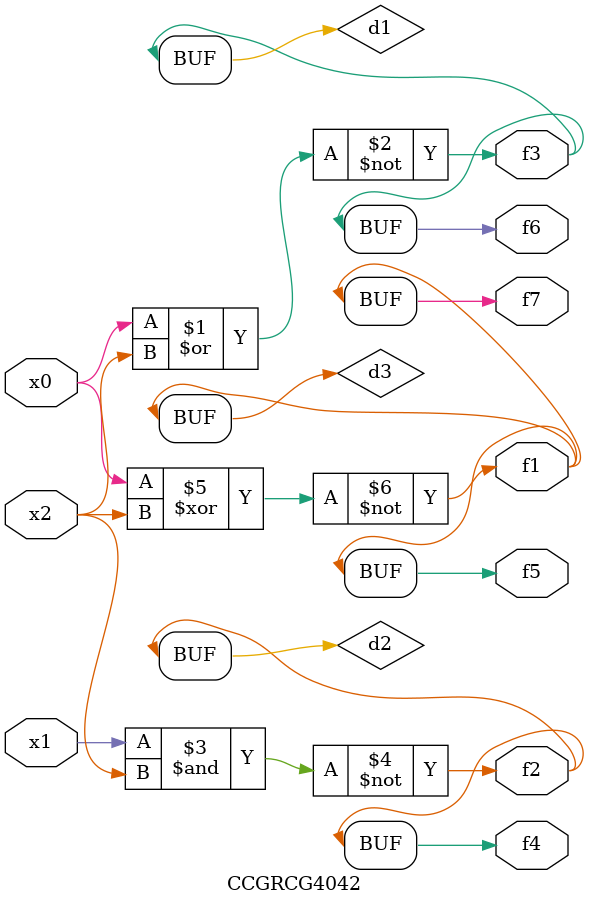
<source format=v>
module CCGRCG4042(
	input x0, x1, x2,
	output f1, f2, f3, f4, f5, f6, f7
);

	wire d1, d2, d3;

	nor (d1, x0, x2);
	nand (d2, x1, x2);
	xnor (d3, x0, x2);
	assign f1 = d3;
	assign f2 = d2;
	assign f3 = d1;
	assign f4 = d2;
	assign f5 = d3;
	assign f6 = d1;
	assign f7 = d3;
endmodule

</source>
